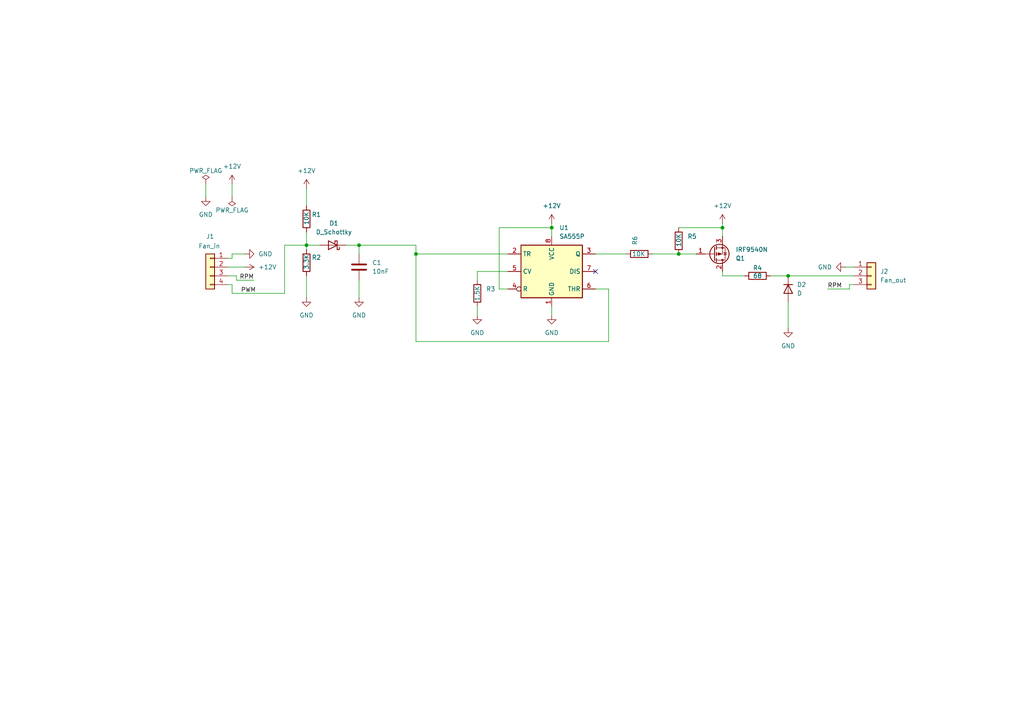
<source format=kicad_sch>
(kicad_sch (version 20231120) (generator "eeschema") (generator_version "8.0")
  (paper "A4")
  (lib_symbols
    (symbol "Connector_Generic:Conn_01x03" (pin_names (offset 1.016) hide)
      (property "Reference" "J" (at 0 5.08 0))
      (property "Value" "Conn_01x03" (at 0 -5.08 0))
      (symbol "Conn_01x03_1_1"
        (rectangle (start -1.27 -2.413) (end 0 -2.667) (stroke (width 0.1524)))
        (rectangle (start -1.27 0.127) (end 0 -0.127) (stroke (width 0.1524)))
        (rectangle (start -1.27 2.667) (end 0 2.413) (stroke (width 0.1524)))
        (rectangle (start -1.27 3.81) (end 1.27 -3.81) (stroke (width 0.254)) (fill (type background)))
        (pin passive line (at -5.08 2.54 0) (length 3.81) (name "Pin_1") (number "1"))
        (pin passive line (at -5.08 0 0) (length 3.81) (name "Pin_2") (number "2"))
        (pin passive line (at -5.08 -2.54 0) (length 3.81) (name "Pin_3") (number "3"))
      )
    )
    (symbol "Connector_Generic:Conn_01x04" (pin_names (offset 1.016) hide)
      (property "Reference" "J" (at 0 5.08 0))
      (property "Value" "Conn_01x04" (at 0 -7.62 0))
      (symbol "Conn_01x04_1_1"
        (rectangle (start -1.27 -4.953) (end 0 -5.207) (stroke (width 0.1524)))
        (rectangle (start -1.27 -2.413) (end 0 -2.667) (stroke (width 0.1524)))
        (rectangle (start -1.27 0.127) (end 0 -0.127) (stroke (width 0.1524)))
        (rectangle (start -1.27 2.667) (end 0 2.413) (stroke (width 0.1524)))
        (rectangle (start -1.27 3.81) (end 1.27 -6.35) (stroke (width 0.254)) (fill (type background)))
        (pin passive line (at -5.08 2.54 0) (length 3.81) (name "Pin_1") (number "1"))
        (pin passive line (at -5.08 0 0) (length 3.81) (name "Pin_2") (number "2"))
        (pin passive line (at -5.08 -2.54 0) (length 3.81) (name "Pin_3") (number "3"))
        (pin passive line (at -5.08 -5.08 0) (length 3.81) (name "Pin_4") (number "4"))
      )
    )
    (symbol "Device:C" (pin_numbers hide) (pin_names (offset 0.254))
      (property "Reference" "C" (at 0.635 2.54 0))
      (property "Value" "C" (at 0.635 -2.54 0))
      (symbol "C_0_1"
        (polyline (pts (xy -2.032 -0.762) (xy 2.032 -0.762)) (stroke (width 0.508)))
        (polyline (pts (xy -2.032 0.762) (xy 2.032 0.762)) (stroke (width 0.508)))
      )
      (symbol "C_1_1"
        (pin passive line (at 0 3.81 270) (length 2.794) (name "~") (number "1"))
        (pin passive line (at 0 -3.81 90) (length 2.794) (name "~") (number "2"))
      )
    )
    (symbol "Device:D" (pin_numbers hide) (pin_names (offset 1.016) hide)
      (property "Reference" "D" (at 0 2.54 0))
      (property "Value" "D" (at 0 -2.54 0))
      (symbol "D_0_1"
        (polyline (pts (xy -1.27 1.27) (xy -1.27 -1.27)) (stroke (width 0.254)))
        (polyline (pts (xy 1.27 0) (xy -1.27 0)))
        (polyline (pts (xy 1.27 1.27) (xy 1.27 -1.27) (xy -1.27 0) (xy 1.27 1.27)) (stroke (width 0.254)))
      )
      (symbol "D_1_1"
        (pin passive line (at -3.81 0 0) (length 2.54) (name "K") (number "1"))
        (pin passive line (at 3.81 0 180) (length 2.54) (name "A") (number "2"))
      )
    )
    (symbol "Device:D_Schottky" (pin_numbers hide) (pin_names (offset 1.016) hide)
      (property "Reference" "D" (at 0 2.54 0))
      (property "Value" "D_Schottky" (at 0 -2.54 0))
      (symbol "D_Schottky_0_1"
        (polyline (pts (xy 1.27 0) (xy -1.27 0)))
        (polyline (pts (xy 1.27 1.27) (xy 1.27 -1.27) (xy -1.27 0) (xy 1.27 1.27)) (stroke (width 0.254)))
        (polyline (pts (xy -1.905 0.635) (xy -1.905 1.27) (xy -1.27 1.27) (xy -1.27 -1.27) (xy -0.635 -1.27) (xy -0.635 -0.635)) (stroke (width 0.254)))
      )
      (symbol "D_Schottky_1_1"
        (pin passive line (at -3.81 0 0) (length 2.54) (name "K") (number "1"))
        (pin passive line (at 3.81 0 180) (length 2.54) (name "A") (number "2"))
      )
    )
    (symbol "Device:R" (pin_numbers hide) (pin_names (offset 0))
      (property "Reference" "R" (at 2.032 0 90))
      (property "Value" "R" (at 0 0 90))
      (symbol "R_0_1"
        (rectangle (start -1.016 -2.54) (end 1.016 2.54) (stroke (width 0.254)))
      )
      (symbol "R_1_1"
        (pin passive line (at 0 3.81 270) (length 1.27) (name "~") (number "1"))
        (pin passive line (at 0 -3.81 90) (length 1.27) (name "~") (number "2"))
      )
    )
    (symbol "Timer:SA555P"
      (property "Reference" "U" (at -10.16 8.89 0))
      (property "Value" "SA555P" (at 2.54 8.89 0))
      (symbol "SA555P_0_0"
        (pin power_in line (at 0 -10.16 90) (length 2.54) (name "GND") (number "1"))
        (pin power_in line (at 0 10.16 270) (length 2.54) (name "VCC") (number "8"))
      )
      (symbol "SA555P_0_1"
        (rectangle (start -8.89 -7.62) (end 8.89 7.62) (stroke (width 0.254)) (fill (type background)))
        (rectangle (start -8.89 -7.62) (end 8.89 7.62) (stroke (width 0.254)) (fill (type background)))
      )
      (symbol "SA555P_1_1"
        (pin input line (at -12.7 5.08 0) (length 3.81) (name "TR") (number "2"))
        (pin output line (at 12.7 5.08 180) (length 3.81) (name "Q") (number "3"))
        (pin input inverted (at -12.7 -5.08 0) (length 3.81) (name "R") (number "4"))
        (pin input line (at -12.7 0 0) (length 3.81) (name "CV") (number "5"))
        (pin input line (at 12.7 -5.08 180) (length 3.81) (name "THR") (number "6"))
        (pin input line (at 12.7 0 180) (length 3.81) (name "DIS") (number "7"))
      )
    )
    (symbol "Transistor_FET:IRF9540N" (pin_names hide)
      (property "Reference" "Q" (at 5.08 1.905 0))
      (property "Value" "IRF9540N" (at 5.08 0 0))
      (symbol "IRF9540N_0_1"
        (polyline (pts (xy 0.254 0) (xy -2.54 0)))
        (polyline (pts (xy 0.254 1.905) (xy 0.254 -1.905)) (stroke (width 0.254)))
        (polyline (pts (xy 0.762 -1.27) (xy 0.762 -2.286)) (stroke (width 0.254)))
        (polyline (pts (xy 0.762 0.508) (xy 0.762 -0.508)) (stroke (width 0.254)))
        (polyline (pts (xy 0.762 2.286) (xy 0.762 1.27)) (stroke (width 0.254)))
        (polyline (pts (xy 2.54 2.54) (xy 2.54 1.778)))
        (polyline (pts (xy 2.54 -2.54) (xy 2.54 0) (xy 0.762 0)))
        (polyline (pts (xy 0.762 1.778) (xy 3.302 1.778) (xy 3.302 -1.778) (xy 0.762 -1.778)))
        (polyline (pts (xy 2.286 0) (xy 1.27 0.381) (xy 1.27 -0.381) (xy 2.286 0)) (fill (type outline)))
        (polyline (pts (xy 2.794 -0.508) (xy 2.921 -0.381) (xy 3.683 -0.381) (xy 3.81 -0.254)))
        (polyline (pts (xy 3.302 -0.381) (xy 2.921 0.254) (xy 3.683 0.254) (xy 3.302 -0.381)))
        (circle (center 1.651 0) (radius 2.794) (stroke (width 0.254)))
        (circle (center 2.54 -1.778) (radius 0.254) (fill (type outline)))
        (circle (center 2.54 1.778) (radius 0.254) (fill (type outline)))
      )
      (symbol "IRF9540N_1_1"
        (pin input line (at -5.08 0 0) (length 2.54) (name "G") (number "1"))
        (pin passive line (at 2.54 5.08 270) (length 2.54) (name "D") (number "2"))
        (pin passive line (at 2.54 -5.08 90) (length 2.54) (name "S") (number "3"))
      )
    )
    (symbol "power:+12V" (power) (pin_numbers hide) (pin_names (offset 0) hide)
      (property "Value" "+12V" (at 0 3.556 0))
      (symbol "+12V_0_1"
        (polyline (pts (xy -0.762 1.27) (xy 0 2.54)))
        (polyline (pts (xy 0 0) (xy 0 2.54)))
        (polyline (pts (xy 0 2.54) (xy 0.762 1.27)))
      )
      (symbol "+12V_1_1"
        (pin power_in line (at 0 0 90) (length 0) (name "~") (number "1"))
      )
    )
    (symbol "power:GND" (power) (pin_numbers hide) (pin_names (offset 0) hide)
      (property "Value" "GND" (at 0 -3.81 0))
      (symbol "GND_0_1"
        (polyline (pts (xy 0 0) (xy 0 -1.27) (xy 1.27 -1.27) (xy 0 -2.54) (xy -1.27 -1.27) (xy 0 -1.27)))
      )
      (symbol "GND_1_1"
        (pin power_in line (at 0 0 270) (length 0) (name "~") (number "1"))
      )
    )
    (symbol "power:PWR_FLAG" (power) (pin_numbers hide) (pin_names (offset 0) hide)
      (property "Value" "PWR_FLAG" (at 0 3.81 0))
      (symbol "PWR_FLAG_0_0"
        (pin power_out line (at 0 0 90) (length 0) (name "~") (number "1"))
      )
      (symbol "PWR_FLAG_0_1"
        (polyline (pts (xy 0 0) (xy 0 1.27) (xy -1.016 1.905) (xy 0 2.54) (xy 1.016 1.905) (xy 0 1.27)))
      )
    )
  )
  (junction (at 120.65 73.66))
  (junction (at 88.9 71.12))
  (junction (at 209.55 66.04))
  (junction (at 160.02 66.04))
  (junction (at 104.14 71.12))
  (junction (at 196.85 73.66))
  (junction (at 228.6 80.01))
  (no_connect (at 172.72 78.74))
  (wire (pts (xy 67.31 82.55) (xy 66.04 82.55)))
  (wire (pts (xy 67.31 85.09) (xy 67.31 82.55)))
  (wire (pts (xy 189.23 73.66) (xy 196.85 73.66)))
  (wire (pts (xy 176.53 83.82) (xy 172.72 83.82)))
  (wire (pts (xy 176.53 99.06) (xy 120.65 99.06)))
  (wire (pts (xy 160.02 64.77) (xy 160.02 66.04)))
  (wire (pts (xy 88.9 71.12) (xy 88.9 72.39)))
  (wire (pts (xy 228.6 87.63) (xy 228.6 95.25)))
  (wire (pts (xy 196.85 73.66) (xy 201.93 73.66)))
  (wire (pts (xy 120.65 73.66) (xy 147.32 73.66)))
  (wire (pts (xy 67.31 73.66) (xy 67.31 74.93)))
  (wire (pts (xy 59.69 53.34) (xy 59.69 57.15)))
  (wire (pts (xy 67.31 53.34) (xy 67.31 57.15)))
  (wire (pts (xy 160.02 66.04) (xy 160.02 68.58)))
  (wire (pts (xy 67.31 74.93) (xy 66.04 74.93)))
  (wire (pts (xy 88.9 67.31) (xy 88.9 71.12)))
  (wire (pts (xy 100.33 71.12) (xy 104.14 71.12)))
  (wire (pts (xy 88.9 71.12) (xy 92.71 71.12)))
  (wire (pts (xy 88.9 80.01) (xy 88.9 86.36)))
  (wire (pts (xy 138.43 78.74) (xy 147.32 78.74)))
  (wire (pts (xy 246.38 82.55) (xy 246.38 83.82)))
  (wire (pts (xy 147.32 83.82) (xy 144.78 83.82)))
  (wire (pts (xy 82.55 85.09) (xy 82.55 71.12)))
  (wire (pts (xy 209.55 64.77) (xy 209.55 66.04)))
  (wire (pts (xy 172.72 73.66) (xy 181.61 73.66)))
  (wire (pts (xy 104.14 71.12) (xy 104.14 73.66)))
  (wire (pts (xy 68.58 81.28) (xy 73.66 81.28)))
  (wire (pts (xy 176.53 83.82) (xy 176.53 99.06)))
  (wire (pts (xy 228.6 80.01) (xy 247.65 80.01)))
  (wire (pts (xy 120.65 99.06) (xy 120.65 73.66)))
  (wire (pts (xy 160.02 88.9) (xy 160.02 91.44)))
  (wire (pts (xy 144.78 83.82) (xy 144.78 66.04)))
  (wire (pts (xy 82.55 71.12) (xy 88.9 71.12)))
  (wire (pts (xy 138.43 88.9) (xy 138.43 91.44)))
  (wire (pts (xy 68.58 81.28) (xy 68.58 80.01)))
  (wire (pts (xy 228.6 80.01) (xy 223.52 80.01)))
  (wire (pts (xy 209.55 80.01) (xy 215.9 80.01)))
  (wire (pts (xy 209.55 78.74) (xy 209.55 80.01)))
  (wire (pts (xy 245.11 77.47) (xy 247.65 77.47)))
  (wire (pts (xy 247.65 82.55) (xy 246.38 82.55)))
  (wire (pts (xy 209.55 66.04) (xy 209.55 68.58)))
  (wire (pts (xy 66.04 77.47) (xy 71.12 77.47)))
  (wire (pts (xy 144.78 66.04) (xy 160.02 66.04)))
  (wire (pts (xy 104.14 71.12) (xy 120.65 71.12)))
  (wire (pts (xy 88.9 54.61) (xy 88.9 59.69)))
  (wire (pts (xy 240.03 83.82) (xy 246.38 83.82)))
  (wire (pts (xy 67.31 85.09) (xy 82.55 85.09)))
  (wire (pts (xy 196.85 66.04) (xy 209.55 66.04)))
  (wire (pts (xy 104.14 81.28) (xy 104.14 86.36)))
  (wire (pts (xy 120.65 73.66) (xy 120.65 71.12)))
  (wire (pts (xy 138.43 81.28) (xy 138.43 78.74)))
  (wire (pts (xy 68.58 80.01) (xy 66.04 80.01)))
  (wire (pts (xy 67.31 73.66) (xy 71.12 73.66)))
  (label "RPM" (at 240.03 83.82 0))
  (label "PWM" (at 69.85 85.09 0))
  (label "RPM" (at 73.66 81.28 180))
  (symbol (lib_id "power:+12V") (at 67.31 53.34 0) (unit 1)
    (property "Reference" "#PWR02" (effects (hide yes)))
    (property "Value" "+12V" (at 67.31 48.26 0))
    (property "Description" "Power symbol creates a global label with name \"+12V\"" (effects (hide yes)))
  )
  (symbol (lib_id "Device:R") (at 88.9 63.5 0) (unit 1)
    (property "Reference" "R1" (at 90.424 62.23 0) (effects (justify left)))
    (property "Value" "10K" (at 88.9 65.278 90) (effects (justify left)))
    (property "Description" "Resistor" (effects (hide yes)))
  )
  (symbol (lib_id "Device:R") (at 138.43 85.09 0) (unit 1)
    (property "Reference" "R3" (at 140.97 83.8199 0) (effects (justify left)))
    (property "Value" "1.5K" (at 138.43 87.376 90) (effects (justify left)))
    (property "Description" "Resistor" (effects (hide yes)))
  )
  (symbol (lib_id "power:GND") (at 138.43 91.44 0) (unit 1)
    (property "Reference" "#PWR08" (effects (hide yes)))
    (property "Value" "GND" (at 138.43 96.52 0))
    (property "Description" "Power symbol creates a global label with name \"GND\" , ground" (effects (hide yes)))
  )
  (symbol (lib_id "Connector_Generic:Conn_01x04") (at 60.96 77.47 0) (mirror y) (unit 1)
    (property "Reference" "J1" (at 60.96 68.58 0))
    (property "Value" "Fan_in" (at 60.706 71.374 0))
    (property "Description" "Generic connector, single row, 01x04, script generated (kicad-library-utils/schlib/autogen/connector/)" (effects (hide yes)))
  )
  (symbol (lib_id "Timer:SA555P") (at 160.02 78.74 0) (unit 1)
    (property "Reference" "U1" (at 162.2141 66.04 0) (effects (justify left)))
    (property "Value" "SA555P" (at 162.2141 68.58 0) (effects (justify left)))
    (property "Footprint" "Package_DIP:DIP-8_W7.62mm" (effects (hide yes)))
    (property "Datasheet" "http://www.ti.com/lit/ds/symlink/ne555.pdf" (effects (hide yes)))
    (property "Description" "Precision Timers, 555 compatible, PDIP-8" (effects (hide yes)))
  )
  (symbol (lib_id "Device:R") (at 185.42 73.66 90) (unit 1)
    (property "Reference" "R6" (at 184.1499 71.12 0) (effects (justify left)))
    (property "Value" "10K" (at 187.198 73.66 90) (effects (justify left)))
    (property "Description" "Resistor" (effects (hide yes)))
  )
  (symbol (lib_id "Device:R") (at 219.71 80.01 90) (unit 1)
    (property "Reference" "R4" (at 219.71 77.724 90))
    (property "Value" "68" (at 219.71 80.01 90))
    (property "Description" "Resistor" (effects (hide yes)))
  )
  (symbol (lib_id "power:GND") (at 104.14 86.36 0) (unit 1)
    (property "Reference" "#PWR07" (effects (hide yes)))
    (property "Value" "GND" (at 104.14 91.44 0))
    (property "Description" "Power symbol creates a global label with name \"GND\" , ground" (effects (hide yes)))
  )
  (symbol (lib_id "power:+12V") (at 160.02 64.77 0) (unit 1)
    (property "Reference" "#PWR09" (effects (hide yes)))
    (property "Value" "+12V" (at 160.02 59.69 0))
    (property "Description" "Power symbol creates a global label with name \"+12V\"" (effects (hide yes)))
  )
  (symbol (lib_id "power:GND") (at 71.12 73.66 90) (unit 1)
    (property "Reference" "#PWR03" (effects (hide yes)))
    (property "Value" "GND" (at 74.93 73.6599 90) (effects (justify right)))
    (property "Description" "Power symbol creates a global label with name \"GND\" , ground" (effects (hide yes)))
  )
  (symbol (lib_id "power:GND") (at 160.02 91.44 0) (unit 1)
    (property "Reference" "#PWR010" (effects (hide yes)))
    (property "Value" "GND" (at 160.02 96.52 0))
    (property "Description" "Power symbol creates a global label with name \"GND\" , ground" (effects (hide yes)))
  )
  (symbol (lib_id "Connector_Generic:Conn_01x03") (at 252.73 80.01 0) (unit 1)
    (property "Reference" "J2" (at 255.27 78.7399 0) (effects (justify left)))
    (property "Value" "Fan_out" (at 255.27 81.2799 0) (effects (justify left)))
    (property "Description" "Generic connector, single row, 01x03, script generated (kicad-library-utils/schlib/autogen/connector/)" (effects (hide yes)))
  )
  (symbol (lib_id "power:PWR_FLAG") (at 67.31 57.15 180) (unit 1)
    (property "Reference" "#FLG02" (effects (hide yes)))
    (property "Value" "PWR_FLAG" (at 67.31 60.96 0))
    (property "Description" "Special symbol for telling ERC where power comes from" (effects (hide yes)))
  )
  (symbol (lib_id "power:+12V") (at 88.9 54.61 0) (unit 1)
    (property "Reference" "#PWR05" (effects (hide yes)))
    (property "Value" "+12V" (at 88.9 49.53 0))
    (property "Description" "Power symbol creates a global label with name \"+12V\"" (effects (hide yes)))
  )
  (symbol (lib_id "power:PWR_FLAG") (at 59.69 53.34 0) (unit 1)
    (property "Reference" "#FLG01" (effects (hide yes)))
    (property "Value" "PWR_FLAG" (at 59.69 49.53 0))
    (property "Description" "Special symbol for telling ERC where power comes from" (effects (hide yes)))
  )
  (symbol (lib_id "power:+12V") (at 209.55 64.77 0) (unit 1)
    (property "Reference" "#PWR013" (effects (hide yes)))
    (property "Value" "+12V" (at 209.55 59.69 0))
    (property "Description" "Power symbol creates a global label with name \"+12V\"" (effects (hide yes)))
  )
  (symbol (lib_id "Device:R") (at 196.85 69.85 0) (unit 1)
    (property "Reference" "R5" (at 199.39 68.5799 0) (effects (justify left)))
    (property "Value" "10K" (at 196.85 71.628 90) (effects (justify left)))
    (property "Description" "Resistor" (effects (hide yes)))
  )
  (symbol (lib_id "Device:C") (at 104.14 77.47 0) (unit 1)
    (property "Reference" "C1" (at 107.95 76.1999 0) (effects (justify left)))
    (property "Value" "10nF" (at 107.95 78.7399 0) (effects (justify left)))
    (property "Description" "Unpolarized capacitor" (effects (hide yes)))
  )
  (symbol (lib_id "Device:R") (at 88.9 76.2 180) (unit 1)
    (property "Reference" "R2" (at 90.424 74.676 0) (effects (justify right)))
    (property "Value" "3.3K" (at 88.9 78.232 90) (effects (justify right)))
    (property "Description" "Resistor" (effects (hide yes)))
  )
  (symbol (lib_id "power:+12V") (at 71.12 77.47 270) (unit 1)
    (property "Reference" "#PWR04" (effects (hide yes)))
    (property "Value" "+12V" (at 74.93 77.4699 90) (effects (justify left)))
    (property "Description" "Power symbol creates a global label with name \"+12V\"" (effects (hide yes)))
  )
  (symbol (lib_id "Device:D") (at 228.6 83.82 270) (unit 1)
    (property "Reference" "D2" (at 231.14 82.5499 90) (effects (justify left)))
    (property "Value" "D" (at 231.14 85.0899 90) (effects (justify left)))
    (property "Description" "Diode" (effects (hide yes)))
    (property "Sim.Device" "D" (effects (hide yes)))
    (property "Sim.Pins" "1=K 2=A" (effects (hide yes)))
  )
  (symbol (lib_id "power:GND") (at 245.11 77.47 270) (unit 1)
    (property "Reference" "#PWR012" (effects (hide yes)))
    (property "Value" "GND" (at 241.3 77.4699 90) (effects (justify right)))
    (property "Description" "Power symbol creates a global label with name \"GND\" , ground" (effects (hide yes)))
  )
  (symbol (lib_id "power:GND") (at 228.6 95.25 0) (unit 1)
    (property "Reference" "#PWR011" (effects (hide yes)))
    (property "Value" "GND" (at 228.6 100.33 0))
    (property "Description" "Power symbol creates a global label with name \"GND\" , ground" (effects (hide yes)))
  )
  (symbol (lib_id "Transistor_FET:IRF9540N") (at 207.01 73.66 0) (mirror x) (unit 1)
    (property "Reference" "Q1" (at 213.36 74.9301 0) (effects (justify left)))
    (property "Value" "IRF9540N" (at 213.36 72.3901 0) (effects (justify left)))
    (property "Footprint" "Package_TO_SOT_THT:TO-220-3_Vertical" (effects (hide yes)))
    (property "Datasheet" "http://www.irf.com/product-info/datasheets/data/irf9540n.pdf" (effects (hide yes)))
    (property "Description" "-23A Id, -100V Vds, 117mOhm Rds, P-Channel HEXFET Power MOSFET, TO-220" (effects (hide yes)))
  )
  (symbol (lib_id "power:GND") (at 59.69 57.15 0) (unit 1)
    (property "Reference" "#PWR01" (effects (hide yes)))
    (property "Value" "GND" (at 59.69 62.23 0))
    (property "Description" "Power symbol creates a global label with name \"GND\" , ground" (effects (hide yes)))
  )
  (symbol (lib_id "power:GND") (at 88.9 86.36 0) (unit 1)
    (property "Reference" "#PWR06" (effects (hide yes)))
    (property "Value" "GND" (at 88.9 91.44 0))
    (property "Description" "Power symbol creates a global label with name \"GND\" , ground" (effects (hide yes)))
  )
  (symbol (lib_id "Device:D_Schottky") (at 96.52 71.12 180) (unit 1)
    (property "Reference" "D1" (at 96.8375 64.77 0))
    (property "Value" "D_Schottky" (at 96.8375 67.31 0))
    (property "Description" "Schottky diode" (effects (hide yes)))
  )
)
</source>
